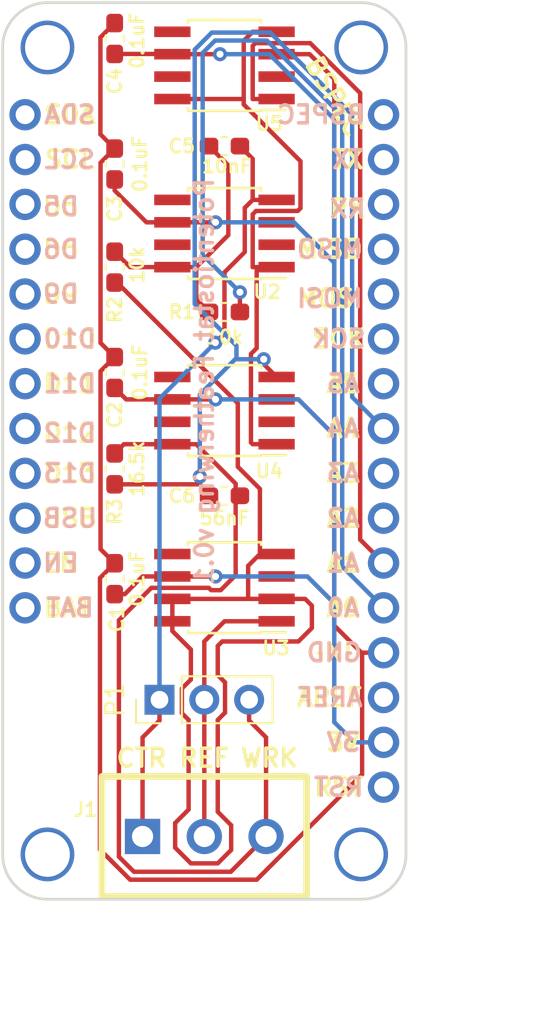
<source format=kicad_pcb>
(kicad_pcb (version 20171130) (host pcbnew 5.0.2-bee76a0~70~ubuntu18.04.1)

  (general
    (thickness 1.6)
    (drawings 14)
    (tracks 200)
    (zones 0)
    (modules 16)
    (nets 45)
  )

  (page A4)
  (layers
    (0 F.Cu signal)
    (31 B.Cu signal)
    (32 B.Adhes user)
    (33 F.Adhes user)
    (34 B.Paste user)
    (35 F.Paste user)
    (36 B.SilkS user)
    (37 F.SilkS user)
    (38 B.Mask user)
    (39 F.Mask user)
    (40 Dwgs.User user)
    (41 Cmts.User user)
    (42 Eco1.User user)
    (43 Eco2.User user)
    (44 Edge.Cuts user)
    (45 Margin user)
    (46 B.CrtYd user)
    (47 F.CrtYd user)
    (48 B.Fab user)
    (49 F.Fab user)
  )

  (setup
    (last_trace_width 0.25)
    (trace_clearance 0.2)
    (zone_clearance 0.508)
    (zone_45_only no)
    (trace_min 0.2)
    (segment_width 0.2)
    (edge_width 0.15)
    (via_size 0.8)
    (via_drill 0.4)
    (via_min_size 0.4)
    (via_min_drill 0.3)
    (uvia_size 0.3)
    (uvia_drill 0.1)
    (uvias_allowed no)
    (uvia_min_size 0.2)
    (uvia_min_drill 0.1)
    (pcb_text_width 0.3)
    (pcb_text_size 1.5 1.5)
    (mod_edge_width 0.15)
    (mod_text_size 1 1)
    (mod_text_width 0.15)
    (pad_size 1.524 1.524)
    (pad_drill 0.762)
    (pad_to_mask_clearance 0.051)
    (solder_mask_min_width 0.25)
    (aux_axis_origin 0 0)
    (visible_elements FFFFFF7F)
    (pcbplotparams
      (layerselection 0x010fc_ffffffff)
      (usegerberextensions false)
      (usegerberattributes false)
      (usegerberadvancedattributes false)
      (creategerberjobfile false)
      (excludeedgelayer true)
      (linewidth 0.100000)
      (plotframeref false)
      (viasonmask false)
      (mode 1)
      (useauxorigin false)
      (hpglpennumber 1)
      (hpglpenspeed 20)
      (hpglpendiameter 15.000000)
      (psnegative false)
      (psa4output false)
      (plotreference true)
      (plotvalue true)
      (plotinvisibletext false)
      (padsonsilk false)
      (subtractmaskfromsilk false)
      (outputformat 1)
      (mirror false)
      (drillshape 0)
      (scaleselection 1)
      (outputdirectory "gerber_v0p1/"))
  )

  (net 0 "")
  (net 1 GND)
  (net 2 /3V3)
  (net 3 "Net-(C5-Pad2)")
  (net 4 /CTR_ELECT)
  (net 5 /WRK_ELECT)
  (net 6 /AIN_TIA)
  (net 7 /DAC_SETPT)
  (net 8 /REF_ELECT_BUF)
  (net 9 "Net-(U1-Pad1)")
  (net 10 "Net-(U1-Pad2)")
  (net 11 "Net-(U1-Pad3)")
  (net 12 "Net-(U1-Pad4)")
  (net 13 "Net-(U1-Pad5)")
  (net 14 "Net-(U1-Pad6)")
  (net 15 "Net-(U1-Pad7)")
  (net 16 "Net-(U1-Pad8)")
  (net 17 "Net-(U1-Pad9)")
  (net 18 "Net-(U1-Pad10)")
  (net 19 "Net-(U1-Pad11)")
  (net 20 "Net-(U1-Pad12)")
  (net 21 "Net-(U1-Pad13)")
  (net 22 "Net-(U1-Pad15)")
  (net 23 /DAC_VGND)
  (net 24 "Net-(U1-Pad19)")
  (net 25 "Net-(U1-Pad20)")
  (net 26 "Net-(U1-Pad22)")
  (net 27 "Net-(U1-Pad23)")
  (net 28 "Net-(U1-Pad24)")
  (net 29 "Net-(U1-Pad25)")
  (net 30 "Net-(U1-Pad26)")
  (net 31 "Net-(U1-Pad27)")
  (net 32 "Net-(U1-Pad28)")
  (net 33 "Net-(U2-Pad7)")
  (net 34 "Net-(U2-Pad5)")
  (net 35 "Net-(U2-Pad2)")
  (net 36 /VGND)
  (net 37 /REF_ELECT)
  (net 38 "Net-(U3-Pad5)")
  (net 39 "Net-(U4-Pad7)")
  (net 40 "Net-(U4-Pad5)")
  (net 41 "Net-(U4-Pad2)")
  (net 42 "Net-(U5-Pad2)")
  (net 43 "Net-(U5-Pad5)")
  (net 44 "Net-(U5-Pad7)")

  (net_class Default "This is the default net class."
    (clearance 0.2)
    (trace_width 0.25)
    (via_dia 0.8)
    (via_drill 0.4)
    (uvia_dia 0.3)
    (uvia_drill 0.1)
    (add_net /3V3)
    (add_net /AIN_TIA)
    (add_net /CTR_ELECT)
    (add_net /DAC_SETPT)
    (add_net /DAC_VGND)
    (add_net /REF_ELECT)
    (add_net /REF_ELECT_BUF)
    (add_net /VGND)
    (add_net /WRK_ELECT)
    (add_net GND)
    (add_net "Net-(C5-Pad2)")
    (add_net "Net-(U1-Pad1)")
    (add_net "Net-(U1-Pad10)")
    (add_net "Net-(U1-Pad11)")
    (add_net "Net-(U1-Pad12)")
    (add_net "Net-(U1-Pad13)")
    (add_net "Net-(U1-Pad15)")
    (add_net "Net-(U1-Pad19)")
    (add_net "Net-(U1-Pad2)")
    (add_net "Net-(U1-Pad20)")
    (add_net "Net-(U1-Pad22)")
    (add_net "Net-(U1-Pad23)")
    (add_net "Net-(U1-Pad24)")
    (add_net "Net-(U1-Pad25)")
    (add_net "Net-(U1-Pad26)")
    (add_net "Net-(U1-Pad27)")
    (add_net "Net-(U1-Pad28)")
    (add_net "Net-(U1-Pad3)")
    (add_net "Net-(U1-Pad4)")
    (add_net "Net-(U1-Pad5)")
    (add_net "Net-(U1-Pad6)")
    (add_net "Net-(U1-Pad7)")
    (add_net "Net-(U1-Pad8)")
    (add_net "Net-(U1-Pad9)")
    (add_net "Net-(U2-Pad2)")
    (add_net "Net-(U2-Pad5)")
    (add_net "Net-(U2-Pad7)")
    (add_net "Net-(U3-Pad5)")
    (add_net "Net-(U4-Pad2)")
    (add_net "Net-(U4-Pad5)")
    (add_net "Net-(U4-Pad7)")
    (add_net "Net-(U5-Pad2)")
    (add_net "Net-(U5-Pad5)")
    (add_net "Net-(U5-Pad7)")
  )

  (module feather_wing:feather_wing (layer F.Cu) (tedit 5D5EF0A5) (tstamp 5D7F9D47)
    (at 50.8 50.8)
    (path /5D5AD507)
    (fp_text reference U1 (at 0 -26.67) (layer F.SilkS) hide
      (effects (font (size 1 1) (thickness 0.15)))
    )
    (fp_text value feather_wing (at 0 27.94) (layer F.Fab) hide
      (effects (font (size 1 1) (thickness 0.15)))
    )
    (fp_text user RST (at 7.62 19.05) (layer F.SilkS)
      (effects (font (size 1.016 1.016) (thickness 0.2032)))
    )
    (fp_text user 3V (at 7.874 16.51) (layer F.SilkS)
      (effects (font (size 1.016 1.016) (thickness 0.2032)))
    )
    (fp_text user AREF (at 7.112 13.97) (layer F.SilkS)
      (effects (font (size 1.016 1.016) (thickness 0.2032)))
    )
    (fp_text user GND (at 7.366 11.43) (layer F.SilkS)
      (effects (font (size 1.016 1.016) (thickness 0.2032)))
    )
    (fp_text user A0 (at 7.874 8.89) (layer F.SilkS)
      (effects (font (size 1.016 1.016) (thickness 0.2032)))
    )
    (fp_text user A1 (at 7.874 6.35) (layer F.SilkS)
      (effects (font (size 1.016 1.016) (thickness 0.2032)))
    )
    (fp_text user A2 (at 7.874 3.81) (layer F.SilkS)
      (effects (font (size 1.016 1.016) (thickness 0.2032)))
    )
    (fp_text user A3 (at 7.874 1.27) (layer F.SilkS)
      (effects (font (size 1.016 1.016) (thickness 0.2032)))
    )
    (fp_text user A4 (at 7.874 -1.27) (layer F.SilkS)
      (effects (font (size 1.016 1.016) (thickness 0.2032)))
    )
    (fp_text user A5 (at 7.874 -3.81) (layer F.SilkS)
      (effects (font (size 1.016 1.016) (thickness 0.2032)))
    )
    (fp_text user SCK (at 7.62 -6.35) (layer F.SilkS)
      (effects (font (size 1.016 1.016) (thickness 0.2032)))
    )
    (fp_text user MOSI (at 7.112 -8.636) (layer F.SilkS)
      (effects (font (size 1.016 1.016) (thickness 0.2032)))
    )
    (fp_text user MISO (at 7.112 -11.43) (layer F.SilkS)
      (effects (font (size 1.016 1.016) (thickness 0.2032)))
    )
    (fp_text user RX (at 8.128 -13.716) (layer F.SilkS)
      (effects (font (size 1.016 1.016) (thickness 0.2032)))
    )
    (fp_text user TX (at 8.128 -16.51) (layer F.SilkS)
      (effects (font (size 1.016 1.016) (thickness 0.2032)))
    )
    (fp_text user BSPEC (at 7.366 -20.066 -60) (layer F.SilkS)
      (effects (font (size 1.016 1.016) (thickness 0.2032)))
    )
    (fp_text user BAT (at -7.747 8.89) (layer F.SilkS)
      (effects (font (size 1.016 1.016) (thickness 0.2032)))
    )
    (fp_text user EN (at -8.128 6.35) (layer F.SilkS)
      (effects (font (size 1.016 1.016) (thickness 0.2032)))
    )
    (fp_text user USB (at -7.62 3.81) (layer F.SilkS)
      (effects (font (size 1.016 1.016) (thickness 0.2032)))
    )
    (fp_text user D13 (at -7.62 1.27) (layer F.SilkS)
      (effects (font (size 1.016 1.016) (thickness 0.2032)))
    )
    (fp_text user D12 (at -7.62 -1.016) (layer F.SilkS)
      (effects (font (size 1.016 1.016) (thickness 0.2032)))
    )
    (fp_text user D11 (at -7.62 -3.81) (layer F.SilkS)
      (effects (font (size 1.016 1.016) (thickness 0.2032)))
    )
    (fp_text user D10 (at -7.62 -6.35) (layer F.SilkS)
      (effects (font (size 1.016 1.016) (thickness 0.2032)))
    )
    (fp_text user D9 (at -8.128 -8.89) (layer F.SilkS)
      (effects (font (size 1.016 1.016) (thickness 0.2032)))
    )
    (fp_text user D6 (at -8.128 -11.43) (layer F.SilkS)
      (effects (font (size 1.016 1.016) (thickness 0.2032)))
    )
    (fp_text user D5 (at -8.128 -13.843) (layer F.SilkS)
      (effects (font (size 1.016 1.016) (thickness 0.2032)))
    )
    (fp_text user SCL (at -7.62 -16.51) (layer F.SilkS)
      (effects (font (size 1.016 1.016) (thickness 0.2032)))
    )
    (fp_text user SDA (at -7.62 -19.05) (layer F.SilkS)
      (effects (font (size 1.016 1.016) (thickness 0.2032)))
    )
    (fp_text user RST (at 7.62 19.05) (layer B.SilkS)
      (effects (font (size 1.016 1.016) (thickness 0.2032)) (justify mirror))
    )
    (fp_text user 3V (at 7.874 16.51) (layer B.SilkS)
      (effects (font (size 1.016 1.016) (thickness 0.2032)) (justify mirror))
    )
    (fp_text user AREF (at 7.112 13.97) (layer B.SilkS)
      (effects (font (size 1.016 1.016) (thickness 0.2032)) (justify mirror))
    )
    (fp_text user GND (at 7.366 11.43) (layer B.SilkS)
      (effects (font (size 1.016 1.016) (thickness 0.2032)) (justify mirror))
    )
    (fp_text user A0 (at 7.874 8.89) (layer B.SilkS)
      (effects (font (size 1.016 1.016) (thickness 0.2032)) (justify mirror))
    )
    (fp_text user A1 (at 7.874 6.35) (layer B.SilkS)
      (effects (font (size 1.016 1.016) (thickness 0.2032)) (justify mirror))
    )
    (fp_text user A2 (at 7.874 3.81) (layer B.SilkS)
      (effects (font (size 1.016 1.016) (thickness 0.2032)) (justify mirror))
    )
    (fp_text user A3 (at 7.874 1.27) (layer B.SilkS)
      (effects (font (size 1.016 1.016) (thickness 0.2032)) (justify mirror))
    )
    (fp_text user A4 (at 7.874 -1.27) (layer B.SilkS)
      (effects (font (size 1.016 1.016) (thickness 0.2032)) (justify mirror))
    )
    (fp_text user A5 (at 7.874 -3.81) (layer B.SilkS)
      (effects (font (size 1.016 1.016) (thickness 0.2032)) (justify mirror))
    )
    (fp_text user SCK (at 7.62 -6.35) (layer B.SilkS)
      (effects (font (size 1.016 1.016) (thickness 0.2032)) (justify mirror))
    )
    (fp_text user MOSI (at 7.112 -8.636) (layer B.SilkS)
      (effects (font (size 1.016 1.016) (thickness 0.2032)) (justify mirror))
    )
    (fp_text user MISO (at 7.112 -11.43) (layer B.SilkS)
      (effects (font (size 1.016 1.016) (thickness 0.2032)) (justify mirror))
    )
    (fp_text user RX (at 8.128 -13.716) (layer B.SilkS)
      (effects (font (size 1.016 1.016) (thickness 0.2032)) (justify mirror))
    )
    (fp_text user TX (at 8.128 -16.51) (layer B.SilkS)
      (effects (font (size 1.016 1.016) (thickness 0.2032)) (justify mirror))
    )
    (fp_text user BSPEC (at 6.604 -19.05) (layer B.SilkS)
      (effects (font (size 1.016 1.016) (thickness 0.2032)) (justify mirror))
    )
    (fp_text user BAT (at -7.62 8.89) (layer B.SilkS)
      (effects (font (size 1.016 1.016) (thickness 0.2032)) (justify mirror))
    )
    (fp_text user EN (at -8.128 6.35) (layer B.SilkS)
      (effects (font (size 1.016 1.016) (thickness 0.2032)) (justify mirror))
    )
    (fp_text user USB (at -7.62 3.81) (layer B.SilkS)
      (effects (font (size 1.016 1.016) (thickness 0.2032)) (justify mirror))
    )
    (fp_text user D13 (at -7.62 1.27) (layer B.SilkS)
      (effects (font (size 1.016 1.016) (thickness 0.2032)) (justify mirror))
    )
    (fp_text user D12 (at -7.62 -1.016) (layer B.SilkS)
      (effects (font (size 1.016 1.016) (thickness 0.2032)) (justify mirror))
    )
    (fp_text user D11 (at -7.62 -3.81) (layer B.SilkS)
      (effects (font (size 1.016 1.016) (thickness 0.2032)) (justify mirror))
    )
    (fp_text user D10 (at -7.62 -6.35) (layer B.SilkS)
      (effects (font (size 1.016 1.016) (thickness 0.2032)) (justify mirror))
    )
    (fp_text user D9 (at -8.128 -8.89) (layer B.SilkS)
      (effects (font (size 1.016 1.016) (thickness 0.2032)) (justify mirror))
    )
    (fp_text user D6 (at -8.128 -11.43) (layer B.SilkS)
      (effects (font (size 1.016 1.016) (thickness 0.2032)) (justify mirror))
    )
    (fp_text user D5 (at -8.128 -13.843) (layer B.SilkS)
      (effects (font (size 1.016 1.016) (thickness 0.2032)) (justify mirror))
    )
    (fp_text user SCL (at -7.62 -16.51) (layer B.SilkS)
      (effects (font (size 1.016 1.016) (thickness 0.2032)) (justify mirror))
    )
    (fp_text user SDA (at -7.62 -19.05) (layer B.SilkS)
      (effects (font (size 1.016 1.016) (thickness 0.2032)) (justify mirror))
    )
    (fp_line (start -11.43 -22.86) (end -11.43 22.86) (layer F.SilkS) (width 0.15))
    (fp_line (start 8.89 25.4) (end -8.89 25.4) (layer F.SilkS) (width 0.15))
    (fp_line (start 11.43 -22.86) (end 11.43 22.86) (layer F.SilkS) (width 0.15))
    (fp_line (start 8.89 -25.4) (end -8.89 -25.4) (layer F.SilkS) (width 0.15))
    (fp_arc (start -8.89 22.86) (end -11.43 22.86) (angle -90) (layer F.SilkS) (width 0.15))
    (fp_arc (start 8.89 22.86) (end 8.89 25.4) (angle -90) (layer F.SilkS) (width 0.15))
    (fp_arc (start 8.89 -22.86) (end 11.43 -22.86) (angle -90) (layer F.SilkS) (width 0.15))
    (fp_arc (start -8.89 -22.86) (end -8.89 -25.4) (angle -90) (layer F.SilkS) (width 0.15))
    (pad 28 thru_hole circle (at 10.16 -19.05) (size 1.778 1.778) (drill 1.0668) (layers *.Cu *.Mask)
      (net 32 "Net-(U1-Pad28)"))
    (pad 27 thru_hole circle (at 10.16 -16.51) (size 1.778 1.778) (drill 1.0668) (layers *.Cu *.Mask)
      (net 31 "Net-(U1-Pad27)"))
    (pad 26 thru_hole circle (at 10.16 -13.97) (size 1.778 1.778) (drill 1.0668) (layers *.Cu *.Mask)
      (net 30 "Net-(U1-Pad26)"))
    (pad 25 thru_hole circle (at 10.16 -11.43) (size 1.778 1.778) (drill 1.0668) (layers *.Cu *.Mask)
      (net 29 "Net-(U1-Pad25)"))
    (pad 24 thru_hole circle (at 10.16 -8.89) (size 1.778 1.778) (drill 1.0668) (layers *.Cu *.Mask)
      (net 28 "Net-(U1-Pad24)"))
    (pad 23 thru_hole circle (at 10.16 -6.35) (size 1.778 1.778) (drill 1.0668) (layers *.Cu *.Mask)
      (net 27 "Net-(U1-Pad23)"))
    (pad 22 thru_hole circle (at 10.16 -3.81) (size 1.778 1.778) (drill 1.0668) (layers *.Cu *.Mask)
      (net 26 "Net-(U1-Pad22)"))
    (pad 21 thru_hole circle (at 10.16 -1.27) (size 1.778 1.778) (drill 1.0668) (layers *.Cu *.Mask)
      (net 6 /AIN_TIA))
    (pad 20 thru_hole circle (at 10.16 1.27) (size 1.778 1.778) (drill 1.0668) (layers *.Cu *.Mask)
      (net 25 "Net-(U1-Pad20)"))
    (pad 19 thru_hole circle (at 10.16 3.81) (size 1.778 1.778) (drill 1.0668) (layers *.Cu *.Mask)
      (net 24 "Net-(U1-Pad19)"))
    (pad 18 thru_hole circle (at 10.16 6.35) (size 1.778 1.778) (drill 1.0668) (layers *.Cu *.Mask)
      (net 23 /DAC_VGND))
    (pad 17 thru_hole circle (at 10.16 8.89) (size 1.778 1.778) (drill 1.0668) (layers *.Cu *.Mask)
      (net 7 /DAC_SETPT))
    (pad 16 thru_hole circle (at 10.16 11.43) (size 1.778 1.778) (drill 1.0668) (layers *.Cu *.Mask)
      (net 1 GND))
    (pad 15 thru_hole circle (at 10.16 13.97) (size 1.778 1.778) (drill 1.0668) (layers *.Cu *.Mask)
      (net 22 "Net-(U1-Pad15)"))
    (pad 14 thru_hole circle (at 10.16 16.51) (size 1.778 1.778) (drill 1.0668) (layers *.Cu *.Mask)
      (net 2 /3V3))
    (pad 13 thru_hole circle (at 10.16 19.05) (size 1.778 1.778) (drill 1.0668) (layers *.Cu *.Mask)
      (net 21 "Net-(U1-Pad13)"))
    (pad 12 thru_hole circle (at -10.16 8.89) (size 1.778 1.778) (drill 1.0668) (layers *.Cu *.Mask)
      (net 20 "Net-(U1-Pad12)"))
    (pad 11 thru_hole circle (at -10.16 6.35) (size 1.778 1.778) (drill 1.0668) (layers *.Cu *.Mask)
      (net 19 "Net-(U1-Pad11)"))
    (pad 10 thru_hole circle (at -10.16 3.81) (size 1.778 1.778) (drill 1.0668) (layers *.Cu *.Mask)
      (net 18 "Net-(U1-Pad10)"))
    (pad 9 thru_hole circle (at -10.16 1.27) (size 1.778 1.778) (drill 1.0668) (layers *.Cu *.Mask)
      (net 17 "Net-(U1-Pad9)"))
    (pad 8 thru_hole circle (at -10.16 -1.27) (size 1.778 1.778) (drill 1.0668) (layers *.Cu *.Mask)
      (net 16 "Net-(U1-Pad8)"))
    (pad 7 thru_hole circle (at -10.16 -3.81) (size 1.778 1.778) (drill 1.0668) (layers *.Cu *.Mask)
      (net 15 "Net-(U1-Pad7)"))
    (pad 6 thru_hole circle (at -10.16 -6.35) (size 1.778 1.778) (drill 1.0668) (layers *.Cu *.Mask)
      (net 14 "Net-(U1-Pad6)"))
    (pad 5 thru_hole circle (at -10.16 -8.89) (size 1.778 1.778) (drill 1.0668) (layers *.Cu *.Mask)
      (net 13 "Net-(U1-Pad5)"))
    (pad 4 thru_hole circle (at -10.16 -11.43) (size 1.778 1.778) (drill 1.0668) (layers *.Cu *.Mask)
      (net 12 "Net-(U1-Pad4)"))
    (pad 3 thru_hole circle (at -10.16 -13.97) (size 1.778 1.778) (drill 1.0668) (layers *.Cu *.Mask)
      (net 11 "Net-(U1-Pad3)"))
    (pad 2 thru_hole circle (at -10.16 -16.51) (size 1.778 1.778) (drill 1.0668) (layers *.Cu *.Mask)
      (net 10 "Net-(U1-Pad2)"))
    (pad 1 thru_hole circle (at -10.16 -19.05) (size 1.778 1.778) (drill 1.0668) (layers *.Cu *.Mask)
      (net 9 "Net-(U1-Pad1)"))
    (pad "" thru_hole circle (at -8.89 22.86) (size 3.048 3.048) (drill 2.54) (layers *.Cu *.Mask))
    (pad "" thru_hole circle (at 8.89 22.86) (size 3.048 3.048) (drill 2.54) (layers *.Cu *.Mask))
    (pad "" np_thru_hole circle (at 8.89 -22.86) (size 3.048 3.048) (drill 2.54) (layers *.Cu *.Mask))
    (pad "" np_thru_hole circle (at -8.89 -22.86) (size 3.048 3.048) (drill 2.54) (layers *.Cu *.Mask))
  )

  (module OST_SCREW_TERM_3:CONNBLOCK3 (layer F.Cu) (tedit 5D5EDDE1) (tstamp 5D7F9CB5)
    (at 50.8 72.644)
    (path /5D6124F1)
    (fp_text reference J1 (at -6.731 -1.524) (layer F.SilkS)
      (effects (font (size 0.762 0.762) (thickness 0.1524)))
    )
    (fp_text value Screw_Terminal_01x03 (at -0.20066 -5.40004) (layer F.SilkS) hide
      (effects (font (size 1.524 1.524) (thickness 0.3048)))
    )
    (fp_line (start -5.79882 -3.40106) (end -5.79882 3.40106) (layer F.SilkS) (width 0.381))
    (fp_line (start -5.79882 3.40106) (end 5.79882 3.40106) (layer F.SilkS) (width 0.381))
    (fp_line (start 5.79882 3.40106) (end 5.79882 -3.40106) (layer F.SilkS) (width 0.381))
    (fp_line (start 5.79882 -3.40106) (end -5.79882 -3.40106) (layer F.SilkS) (width 0.381))
    (pad 2 thru_hole circle (at 0 0) (size 2 2) (drill 1.2) (layers *.Cu *.Mask)
      (net 37 /REF_ELECT))
    (pad 1 thru_hole rect (at -3.50012 0) (size 2 2) (drill 1.2) (layers *.Cu *.Mask)
      (net 4 /CTR_ELECT))
    (pad 3 thru_hole circle (at 3.50012 0) (size 2 2) (drill 1.2) (layers *.Cu *.Mask)
      (net 5 /WRK_ELECT))
  )

  (module Capacitor_SMD:C_0603_1608Metric_Pad1.05x0.95mm_HandSolder (layer F.Cu) (tedit 5D5EE060) (tstamp 5D7F9CAA)
    (at 51.943 53.34 180)
    (descr "Capacitor SMD 0603 (1608 Metric), square (rectangular) end terminal, IPC_7351 nominal with elongated pad for handsoldering. (Body size source: http://www.tortai-tech.com/upload/download/2011102023233369053.pdf), generated with kicad-footprint-generator")
    (tags "capacitor handsolder")
    (path /5D5D5006)
    (attr smd)
    (fp_text reference C6 (at 2.413 0 180) (layer F.SilkS)
      (effects (font (size 0.762 0.762) (thickness 0.1524)))
    )
    (fp_text value 56nF (at 0 -1.27 180) (layer F.SilkS)
      (effects (font (size 0.762 0.762) (thickness 0.1524)))
    )
    (fp_text user %R (at 0 0 180) (layer F.Fab)
      (effects (font (size 0.4 0.4) (thickness 0.06)))
    )
    (fp_line (start 1.65 0.73) (end -1.65 0.73) (layer F.CrtYd) (width 0.05))
    (fp_line (start 1.65 -0.73) (end 1.65 0.73) (layer F.CrtYd) (width 0.05))
    (fp_line (start -1.65 -0.73) (end 1.65 -0.73) (layer F.CrtYd) (width 0.05))
    (fp_line (start -1.65 0.73) (end -1.65 -0.73) (layer F.CrtYd) (width 0.05))
    (fp_line (start -0.171267 0.51) (end 0.171267 0.51) (layer F.SilkS) (width 0.12))
    (fp_line (start -0.171267 -0.51) (end 0.171267 -0.51) (layer F.SilkS) (width 0.12))
    (fp_line (start 0.8 0.4) (end -0.8 0.4) (layer F.Fab) (width 0.1))
    (fp_line (start 0.8 -0.4) (end 0.8 0.4) (layer F.Fab) (width 0.1))
    (fp_line (start -0.8 -0.4) (end 0.8 -0.4) (layer F.Fab) (width 0.1))
    (fp_line (start -0.8 0.4) (end -0.8 -0.4) (layer F.Fab) (width 0.1))
    (pad 2 smd roundrect (at 0.875 0 180) (size 1.05 0.95) (layers F.Cu F.Paste F.Mask) (roundrect_rratio 0.25)
      (net 6 /AIN_TIA))
    (pad 1 smd roundrect (at -0.875 0 180) (size 1.05 0.95) (layers F.Cu F.Paste F.Mask) (roundrect_rratio 0.25)
      (net 5 /WRK_ELECT))
    (model ${KISYS3DMOD}/Capacitor_SMD.3dshapes/C_0603_1608Metric.wrl
      (at (xyz 0 0 0))
      (scale (xyz 1 1 1))
      (rotate (xyz 0 0 0))
    )
  )

  (module Capacitor_SMD:C_0603_1608Metric_Pad1.05x0.95mm_HandSolder (layer F.Cu) (tedit 5D5EEC0B) (tstamp 5D7F9C66)
    (at 45.72 46.355 90)
    (descr "Capacitor SMD 0603 (1608 Metric), square (rectangular) end terminal, IPC_7351 nominal with elongated pad for handsoldering. (Body size source: http://www.tortai-tech.com/upload/download/2011102023233369053.pdf), generated with kicad-footprint-generator")
    (tags "capacitor handsolder")
    (path /5D5CEAC4)
    (attr smd)
    (fp_text reference C2 (at -2.413 0 90) (layer F.SilkS)
      (effects (font (size 0.762 0.762) (thickness 0.1524)))
    )
    (fp_text value 0.1uF (at 0 1.43 90) (layer F.SilkS)
      (effects (font (size 0.762 0.762) (thickness 0.1524)))
    )
    (fp_text user %R (at 0 0 90) (layer F.Fab)
      (effects (font (size 0.4 0.4) (thickness 0.06)))
    )
    (fp_line (start 1.65 0.73) (end -1.65 0.73) (layer F.CrtYd) (width 0.05))
    (fp_line (start 1.65 -0.73) (end 1.65 0.73) (layer F.CrtYd) (width 0.05))
    (fp_line (start -1.65 -0.73) (end 1.65 -0.73) (layer F.CrtYd) (width 0.05))
    (fp_line (start -1.65 0.73) (end -1.65 -0.73) (layer F.CrtYd) (width 0.05))
    (fp_line (start -0.171267 0.51) (end 0.171267 0.51) (layer F.SilkS) (width 0.12))
    (fp_line (start -0.171267 -0.51) (end 0.171267 -0.51) (layer F.SilkS) (width 0.12))
    (fp_line (start 0.8 0.4) (end -0.8 0.4) (layer F.Fab) (width 0.1))
    (fp_line (start 0.8 -0.4) (end 0.8 0.4) (layer F.Fab) (width 0.1))
    (fp_line (start -0.8 -0.4) (end 0.8 -0.4) (layer F.Fab) (width 0.1))
    (fp_line (start -0.8 0.4) (end -0.8 -0.4) (layer F.Fab) (width 0.1))
    (pad 2 smd roundrect (at 0.875 0 90) (size 1.05 0.95) (layers F.Cu F.Paste F.Mask) (roundrect_rratio 0.25)
      (net 1 GND))
    (pad 1 smd roundrect (at -0.875 0 90) (size 1.05 0.95) (layers F.Cu F.Paste F.Mask) (roundrect_rratio 0.25)
      (net 2 /3V3))
    (model ${KISYS3DMOD}/Capacitor_SMD.3dshapes/C_0603_1608Metric.wrl
      (at (xyz 0 0 0))
      (scale (xyz 1 1 1))
      (rotate (xyz 0 0 0))
    )
  )

  (module Capacitor_SMD:C_0603_1608Metric_Pad1.05x0.95mm_HandSolder (layer F.Cu) (tedit 5D5EDF25) (tstamp 5D7F9C55)
    (at 45.72 58.039 90)
    (descr "Capacitor SMD 0603 (1608 Metric), square (rectangular) end terminal, IPC_7351 nominal with elongated pad for handsoldering. (Body size source: http://www.tortai-tech.com/upload/download/2011102023233369053.pdf), generated with kicad-footprint-generator")
    (tags "capacitor handsolder")
    (path /5D5F04CE)
    (attr smd)
    (fp_text reference C1 (at -2.286 0.127 90) (layer F.SilkS)
      (effects (font (size 0.762 0.762) (thickness 0.1524)))
    )
    (fp_text value 0.1uF (at 0 1.27 90) (layer F.SilkS)
      (effects (font (size 0.762 0.762) (thickness 0.1524)))
    )
    (fp_text user %R (at 0 0 90) (layer F.Fab)
      (effects (font (size 0.4 0.4) (thickness 0.06)))
    )
    (fp_line (start 1.65 0.73) (end -1.65 0.73) (layer F.CrtYd) (width 0.05))
    (fp_line (start 1.65 -0.73) (end 1.65 0.73) (layer F.CrtYd) (width 0.05))
    (fp_line (start -1.65 -0.73) (end 1.65 -0.73) (layer F.CrtYd) (width 0.05))
    (fp_line (start -1.65 0.73) (end -1.65 -0.73) (layer F.CrtYd) (width 0.05))
    (fp_line (start -0.171267 0.51) (end 0.171267 0.51) (layer F.SilkS) (width 0.12))
    (fp_line (start -0.171267 -0.51) (end 0.171267 -0.51) (layer F.SilkS) (width 0.12))
    (fp_line (start 0.8 0.4) (end -0.8 0.4) (layer F.Fab) (width 0.1))
    (fp_line (start 0.8 -0.4) (end 0.8 0.4) (layer F.Fab) (width 0.1))
    (fp_line (start -0.8 -0.4) (end 0.8 -0.4) (layer F.Fab) (width 0.1))
    (fp_line (start -0.8 0.4) (end -0.8 -0.4) (layer F.Fab) (width 0.1))
    (pad 2 smd roundrect (at 0.875 0 90) (size 1.05 0.95) (layers F.Cu F.Paste F.Mask) (roundrect_rratio 0.25)
      (net 1 GND))
    (pad 1 smd roundrect (at -0.875 0 90) (size 1.05 0.95) (layers F.Cu F.Paste F.Mask) (roundrect_rratio 0.25)
      (net 2 /3V3))
    (model ${KISYS3DMOD}/Capacitor_SMD.3dshapes/C_0603_1608Metric.wrl
      (at (xyz 0 0 0))
      (scale (xyz 1 1 1))
      (rotate (xyz 0 0 0))
    )
  )

  (module Capacitor_SMD:C_0603_1608Metric_Pad1.05x0.95mm_HandSolder (layer F.Cu) (tedit 5D5EEDFD) (tstamp 5D7F9C77)
    (at 45.72 34.544 90)
    (descr "Capacitor SMD 0603 (1608 Metric), square (rectangular) end terminal, IPC_7351 nominal with elongated pad for handsoldering. (Body size source: http://www.tortai-tech.com/upload/download/2011102023233369053.pdf), generated with kicad-footprint-generator")
    (tags "capacitor handsolder")
    (path /5D5ADE69)
    (attr smd)
    (fp_text reference C3 (at -2.54 0 90) (layer F.SilkS)
      (effects (font (size 0.762 0.762) (thickness 0.1524)))
    )
    (fp_text value 0.1uF (at 0 1.43 90) (layer F.SilkS)
      (effects (font (size 0.762 0.762) (thickness 0.1524)))
    )
    (fp_line (start -0.8 0.4) (end -0.8 -0.4) (layer F.Fab) (width 0.1))
    (fp_line (start -0.8 -0.4) (end 0.8 -0.4) (layer F.Fab) (width 0.1))
    (fp_line (start 0.8 -0.4) (end 0.8 0.4) (layer F.Fab) (width 0.1))
    (fp_line (start 0.8 0.4) (end -0.8 0.4) (layer F.Fab) (width 0.1))
    (fp_line (start -0.171267 -0.51) (end 0.171267 -0.51) (layer F.SilkS) (width 0.12))
    (fp_line (start -0.171267 0.51) (end 0.171267 0.51) (layer F.SilkS) (width 0.12))
    (fp_line (start -1.65 0.73) (end -1.65 -0.73) (layer F.CrtYd) (width 0.05))
    (fp_line (start -1.65 -0.73) (end 1.65 -0.73) (layer F.CrtYd) (width 0.05))
    (fp_line (start 1.65 -0.73) (end 1.65 0.73) (layer F.CrtYd) (width 0.05))
    (fp_line (start 1.65 0.73) (end -1.65 0.73) (layer F.CrtYd) (width 0.05))
    (fp_text user %R (at 0 0 90) (layer F.Fab)
      (effects (font (size 0.4 0.4) (thickness 0.06)))
    )
    (pad 1 smd roundrect (at -0.875 0 90) (size 1.05 0.95) (layers F.Cu F.Paste F.Mask) (roundrect_rratio 0.25)
      (net 2 /3V3))
    (pad 2 smd roundrect (at 0.875 0 90) (size 1.05 0.95) (layers F.Cu F.Paste F.Mask) (roundrect_rratio 0.25)
      (net 1 GND))
    (model ${KISYS3DMOD}/Capacitor_SMD.3dshapes/C_0603_1608Metric.wrl
      (at (xyz 0 0 0))
      (scale (xyz 1 1 1))
      (rotate (xyz 0 0 0))
    )
  )

  (module Capacitor_SMD:C_0603_1608Metric_Pad1.05x0.95mm_HandSolder (layer F.Cu) (tedit 5D5EEF0A) (tstamp 5D7F9C88)
    (at 45.72 27.432 90)
    (descr "Capacitor SMD 0603 (1608 Metric), square (rectangular) end terminal, IPC_7351 nominal with elongated pad for handsoldering. (Body size source: http://www.tortai-tech.com/upload/download/2011102023233369053.pdf), generated with kicad-footprint-generator")
    (tags "capacitor handsolder")
    (path /5D5C0680)
    (attr smd)
    (fp_text reference C4 (at -2.413 0 90) (layer F.SilkS)
      (effects (font (size 0.762 0.762) (thickness 0.1524)))
    )
    (fp_text value 0.1uF (at -0.127 1.27 90) (layer F.SilkS)
      (effects (font (size 0.762 0.762) (thickness 0.1524)))
    )
    (fp_line (start -0.8 0.4) (end -0.8 -0.4) (layer F.Fab) (width 0.1))
    (fp_line (start -0.8 -0.4) (end 0.8 -0.4) (layer F.Fab) (width 0.1))
    (fp_line (start 0.8 -0.4) (end 0.8 0.4) (layer F.Fab) (width 0.1))
    (fp_line (start 0.8 0.4) (end -0.8 0.4) (layer F.Fab) (width 0.1))
    (fp_line (start -0.171267 -0.51) (end 0.171267 -0.51) (layer F.SilkS) (width 0.12))
    (fp_line (start -0.171267 0.51) (end 0.171267 0.51) (layer F.SilkS) (width 0.12))
    (fp_line (start -1.65 0.73) (end -1.65 -0.73) (layer F.CrtYd) (width 0.05))
    (fp_line (start -1.65 -0.73) (end 1.65 -0.73) (layer F.CrtYd) (width 0.05))
    (fp_line (start 1.65 -0.73) (end 1.65 0.73) (layer F.CrtYd) (width 0.05))
    (fp_line (start 1.65 0.73) (end -1.65 0.73) (layer F.CrtYd) (width 0.05))
    (fp_text user %R (at 0 0 90) (layer F.Fab)
      (effects (font (size 0.4 0.4) (thickness 0.06)))
    )
    (pad 1 smd roundrect (at -0.875 0 90) (size 1.05 0.95) (layers F.Cu F.Paste F.Mask) (roundrect_rratio 0.25)
      (net 2 /3V3))
    (pad 2 smd roundrect (at 0.875 0 90) (size 1.05 0.95) (layers F.Cu F.Paste F.Mask) (roundrect_rratio 0.25)
      (net 1 GND))
    (model ${KISYS3DMOD}/Capacitor_SMD.3dshapes/C_0603_1608Metric.wrl
      (at (xyz 0 0 0))
      (scale (xyz 1 1 1))
      (rotate (xyz 0 0 0))
    )
  )

  (module Capacitor_SMD:C_0603_1608Metric_Pad1.05x0.95mm_HandSolder (layer F.Cu) (tedit 5D5EEE88) (tstamp 5D7F9C99)
    (at 51.943 33.528 180)
    (descr "Capacitor SMD 0603 (1608 Metric), square (rectangular) end terminal, IPC_7351 nominal with elongated pad for handsoldering. (Body size source: http://www.tortai-tech.com/upload/download/2011102023233369053.pdf), generated with kicad-footprint-generator")
    (tags "capacitor handsolder")
    (path /5D5BB04E)
    (attr smd)
    (fp_text reference C5 (at 2.413 0 180) (layer F.SilkS)
      (effects (font (size 0.762 0.762) (thickness 0.1524)))
    )
    (fp_text value 10nF (at -0.127 -1.143 180) (layer F.SilkS)
      (effects (font (size 0.762 0.762) (thickness 0.1524)))
    )
    (fp_text user %R (at 0 0 180) (layer F.Fab)
      (effects (font (size 0.4 0.4) (thickness 0.06)))
    )
    (fp_line (start 1.65 0.73) (end -1.65 0.73) (layer F.CrtYd) (width 0.05))
    (fp_line (start 1.65 -0.73) (end 1.65 0.73) (layer F.CrtYd) (width 0.05))
    (fp_line (start -1.65 -0.73) (end 1.65 -0.73) (layer F.CrtYd) (width 0.05))
    (fp_line (start -1.65 0.73) (end -1.65 -0.73) (layer F.CrtYd) (width 0.05))
    (fp_line (start -0.171267 0.51) (end 0.171267 0.51) (layer F.SilkS) (width 0.12))
    (fp_line (start -0.171267 -0.51) (end 0.171267 -0.51) (layer F.SilkS) (width 0.12))
    (fp_line (start 0.8 0.4) (end -0.8 0.4) (layer F.Fab) (width 0.1))
    (fp_line (start 0.8 -0.4) (end 0.8 0.4) (layer F.Fab) (width 0.1))
    (fp_line (start -0.8 -0.4) (end 0.8 -0.4) (layer F.Fab) (width 0.1))
    (fp_line (start -0.8 0.4) (end -0.8 -0.4) (layer F.Fab) (width 0.1))
    (pad 2 smd roundrect (at 0.875 0 180) (size 1.05 0.95) (layers F.Cu F.Paste F.Mask) (roundrect_rratio 0.25)
      (net 3 "Net-(C5-Pad2)"))
    (pad 1 smd roundrect (at -0.875 0 180) (size 1.05 0.95) (layers F.Cu F.Paste F.Mask) (roundrect_rratio 0.25)
      (net 4 /CTR_ELECT))
    (model ${KISYS3DMOD}/Capacitor_SMD.3dshapes/C_0603_1608Metric.wrl
      (at (xyz 0 0 0))
      (scale (xyz 1 1 1))
      (rotate (xyz 0 0 0))
    )
  )

  (module Connector_PinHeader_2.54mm:PinHeader_1x03_P2.54mm_Vertical (layer F.Cu) (tedit 5D5EDE81) (tstamp 5D7F9CCC)
    (at 48.26 64.897 90)
    (descr "Through hole straight pin header, 1x03, 2.54mm pitch, single row")
    (tags "Through hole pin header THT 1x03 2.54mm single row")
    (path /5D61841A)
    (fp_text reference P1 (at 0 -2.54 90) (layer F.SilkS)
      (effects (font (size 1 1) (thickness 0.15)))
    )
    (fp_text value pin_array_3x1 (at 0 7.41 90) (layer F.Fab) hide
      (effects (font (size 1 1) (thickness 0.15)))
    )
    (fp_line (start -0.635 -1.27) (end 1.27 -1.27) (layer F.Fab) (width 0.1))
    (fp_line (start 1.27 -1.27) (end 1.27 6.35) (layer F.Fab) (width 0.1))
    (fp_line (start 1.27 6.35) (end -1.27 6.35) (layer F.Fab) (width 0.1))
    (fp_line (start -1.27 6.35) (end -1.27 -0.635) (layer F.Fab) (width 0.1))
    (fp_line (start -1.27 -0.635) (end -0.635 -1.27) (layer F.Fab) (width 0.1))
    (fp_line (start -1.33 6.41) (end 1.33 6.41) (layer F.SilkS) (width 0.12))
    (fp_line (start -1.33 1.27) (end -1.33 6.41) (layer F.SilkS) (width 0.12))
    (fp_line (start 1.33 1.27) (end 1.33 6.41) (layer F.SilkS) (width 0.12))
    (fp_line (start -1.33 1.27) (end 1.33 1.27) (layer F.SilkS) (width 0.12))
    (fp_line (start -1.33 0) (end -1.33 -1.33) (layer F.SilkS) (width 0.12))
    (fp_line (start -1.33 -1.33) (end 0 -1.33) (layer F.SilkS) (width 0.12))
    (fp_line (start -1.8 -1.8) (end -1.8 6.85) (layer F.CrtYd) (width 0.05))
    (fp_line (start -1.8 6.85) (end 1.8 6.85) (layer F.CrtYd) (width 0.05))
    (fp_line (start 1.8 6.85) (end 1.8 -1.8) (layer F.CrtYd) (width 0.05))
    (fp_line (start 1.8 -1.8) (end -1.8 -1.8) (layer F.CrtYd) (width 0.05))
    (fp_text user %R (at 0 2.54 180) (layer F.Fab)
      (effects (font (size 1 1) (thickness 0.15)))
    )
    (pad 1 thru_hole rect (at 0 0 90) (size 1.7 1.7) (drill 1) (layers *.Cu *.Mask)
      (net 4 /CTR_ELECT))
    (pad 2 thru_hole oval (at 0 2.54 90) (size 1.7 1.7) (drill 1) (layers *.Cu *.Mask)
      (net 37 /REF_ELECT))
    (pad 3 thru_hole oval (at 0 5.08 90) (size 1.7 1.7) (drill 1) (layers *.Cu *.Mask)
      (net 5 /WRK_ELECT))
    (model ${KISYS3DMOD}/Connector_PinHeader_2.54mm.3dshapes/PinHeader_1x03_P2.54mm_Vertical.wrl
      (at (xyz 0 0 0))
      (scale (xyz 1 1 1))
      (rotate (xyz 0 0 0))
    )
  )

  (module Resistor_SMD:R_0603_1608Metric_Pad1.05x0.95mm_HandSolder (layer F.Cu) (tedit 5D5EEC8C) (tstamp 5D7F9CDD)
    (at 51.943 42.926)
    (descr "Resistor SMD 0603 (1608 Metric), square (rectangular) end terminal, IPC_7351 nominal with elongated pad for handsoldering. (Body size source: http://www.tortai-tech.com/upload/download/2011102023233369053.pdf), generated with kicad-footprint-generator")
    (tags "resistor handsolder")
    (path /5D5B22E5)
    (attr smd)
    (fp_text reference R1 (at -2.413 0) (layer F.SilkS)
      (effects (font (size 0.762 0.762) (thickness 0.1524)))
    )
    (fp_text value 10k (at 0 1.43) (layer F.SilkS)
      (effects (font (size 0.762 0.762) (thickness 0.1524)))
    )
    (fp_line (start -0.8 0.4) (end -0.8 -0.4) (layer F.Fab) (width 0.1))
    (fp_line (start -0.8 -0.4) (end 0.8 -0.4) (layer F.Fab) (width 0.1))
    (fp_line (start 0.8 -0.4) (end 0.8 0.4) (layer F.Fab) (width 0.1))
    (fp_line (start 0.8 0.4) (end -0.8 0.4) (layer F.Fab) (width 0.1))
    (fp_line (start -0.171267 -0.51) (end 0.171267 -0.51) (layer F.SilkS) (width 0.12))
    (fp_line (start -0.171267 0.51) (end 0.171267 0.51) (layer F.SilkS) (width 0.12))
    (fp_line (start -1.65 0.73) (end -1.65 -0.73) (layer F.CrtYd) (width 0.05))
    (fp_line (start -1.65 -0.73) (end 1.65 -0.73) (layer F.CrtYd) (width 0.05))
    (fp_line (start 1.65 -0.73) (end 1.65 0.73) (layer F.CrtYd) (width 0.05))
    (fp_line (start 1.65 0.73) (end -1.65 0.73) (layer F.CrtYd) (width 0.05))
    (fp_text user %R (at 0 0) (layer F.Fab)
      (effects (font (size 0.4 0.4) (thickness 0.06)))
    )
    (pad 1 smd roundrect (at -0.875 0) (size 1.05 0.95) (layers F.Cu F.Paste F.Mask) (roundrect_rratio 0.25)
      (net 3 "Net-(C5-Pad2)"))
    (pad 2 smd roundrect (at 0.875 0) (size 1.05 0.95) (layers F.Cu F.Paste F.Mask) (roundrect_rratio 0.25)
      (net 7 /DAC_SETPT))
    (model ${KISYS3DMOD}/Resistor_SMD.3dshapes/R_0603_1608Metric.wrl
      (at (xyz 0 0 0))
      (scale (xyz 1 1 1))
      (rotate (xyz 0 0 0))
    )
  )

  (module Resistor_SMD:R_0603_1608Metric_Pad1.05x0.95mm_HandSolder (layer F.Cu) (tedit 5D5EEC19) (tstamp 5D7F9CEE)
    (at 45.72 40.386 270)
    (descr "Resistor SMD 0603 (1608 Metric), square (rectangular) end terminal, IPC_7351 nominal with elongated pad for handsoldering. (Body size source: http://www.tortai-tech.com/upload/download/2011102023233369053.pdf), generated with kicad-footprint-generator")
    (tags "resistor handsolder")
    (path /5D5B22EB)
    (attr smd)
    (fp_text reference R2 (at 2.413 0 270) (layer F.SilkS)
      (effects (font (size 0.762 0.762) (thickness 0.1524)))
    )
    (fp_text value 10k (at -0.127 -1.27 270) (layer F.SilkS)
      (effects (font (size 0.762 0.762) (thickness 0.1524)))
    )
    (fp_text user %R (at 0 0 270) (layer F.Fab)
      (effects (font (size 0.4 0.4) (thickness 0.06)))
    )
    (fp_line (start 1.65 0.73) (end -1.65 0.73) (layer F.CrtYd) (width 0.05))
    (fp_line (start 1.65 -0.73) (end 1.65 0.73) (layer F.CrtYd) (width 0.05))
    (fp_line (start -1.65 -0.73) (end 1.65 -0.73) (layer F.CrtYd) (width 0.05))
    (fp_line (start -1.65 0.73) (end -1.65 -0.73) (layer F.CrtYd) (width 0.05))
    (fp_line (start -0.171267 0.51) (end 0.171267 0.51) (layer F.SilkS) (width 0.12))
    (fp_line (start -0.171267 -0.51) (end 0.171267 -0.51) (layer F.SilkS) (width 0.12))
    (fp_line (start 0.8 0.4) (end -0.8 0.4) (layer F.Fab) (width 0.1))
    (fp_line (start 0.8 -0.4) (end 0.8 0.4) (layer F.Fab) (width 0.1))
    (fp_line (start -0.8 -0.4) (end 0.8 -0.4) (layer F.Fab) (width 0.1))
    (fp_line (start -0.8 0.4) (end -0.8 -0.4) (layer F.Fab) (width 0.1))
    (pad 2 smd roundrect (at 0.875 0 270) (size 1.05 0.95) (layers F.Cu F.Paste F.Mask) (roundrect_rratio 0.25)
      (net 8 /REF_ELECT_BUF))
    (pad 1 smd roundrect (at -0.875 0 270) (size 1.05 0.95) (layers F.Cu F.Paste F.Mask) (roundrect_rratio 0.25)
      (net 3 "Net-(C5-Pad2)"))
    (model ${KISYS3DMOD}/Resistor_SMD.3dshapes/R_0603_1608Metric.wrl
      (at (xyz 0 0 0))
      (scale (xyz 1 1 1))
      (rotate (xyz 0 0 0))
    )
  )

  (module Resistor_SMD:R_0603_1608Metric_Pad1.05x0.95mm_HandSolder (layer F.Cu) (tedit 5D5EDFB5) (tstamp 5D7F9CFF)
    (at 45.72 51.816 270)
    (descr "Resistor SMD 0603 (1608 Metric), square (rectangular) end terminal, IPC_7351 nominal with elongated pad for handsoldering. (Body size source: http://www.tortai-tech.com/upload/download/2011102023233369053.pdf), generated with kicad-footprint-generator")
    (tags "resistor handsolder")
    (path /5D5D50B7)
    (attr smd)
    (fp_text reference R3 (at 2.413 0 270) (layer F.SilkS)
      (effects (font (size 0.762 0.762) (thickness 0.1524)))
    )
    (fp_text value 16.5k (at 0 -1.27 270) (layer F.SilkS)
      (effects (font (size 0.762 0.762) (thickness 0.1524)))
    )
    (fp_line (start -0.8 0.4) (end -0.8 -0.4) (layer F.Fab) (width 0.1))
    (fp_line (start -0.8 -0.4) (end 0.8 -0.4) (layer F.Fab) (width 0.1))
    (fp_line (start 0.8 -0.4) (end 0.8 0.4) (layer F.Fab) (width 0.1))
    (fp_line (start 0.8 0.4) (end -0.8 0.4) (layer F.Fab) (width 0.1))
    (fp_line (start -0.171267 -0.51) (end 0.171267 -0.51) (layer F.SilkS) (width 0.12))
    (fp_line (start -0.171267 0.51) (end 0.171267 0.51) (layer F.SilkS) (width 0.12))
    (fp_line (start -1.65 0.73) (end -1.65 -0.73) (layer F.CrtYd) (width 0.05))
    (fp_line (start -1.65 -0.73) (end 1.65 -0.73) (layer F.CrtYd) (width 0.05))
    (fp_line (start 1.65 -0.73) (end 1.65 0.73) (layer F.CrtYd) (width 0.05))
    (fp_line (start 1.65 0.73) (end -1.65 0.73) (layer F.CrtYd) (width 0.05))
    (fp_text user %R (at 0 0 270) (layer F.Fab)
      (effects (font (size 0.4 0.4) (thickness 0.06)))
    )
    (pad 1 smd roundrect (at -0.875 0 270) (size 1.05 0.95) (layers F.Cu F.Paste F.Mask) (roundrect_rratio 0.25)
      (net 5 /WRK_ELECT))
    (pad 2 smd roundrect (at 0.875 0 270) (size 1.05 0.95) (layers F.Cu F.Paste F.Mask) (roundrect_rratio 0.25)
      (net 6 /AIN_TIA))
    (model ${KISYS3DMOD}/Resistor_SMD.3dshapes/R_0603_1608Metric.wrl
      (at (xyz 0 0 0))
      (scale (xyz 1 1 1))
      (rotate (xyz 0 0 0))
    )
  )

  (module SOIC-8_3.9x4.9mm_P1.27mm_HandSolder:SOIC-8_3.9x4.9mm_P1.27mm_HandSolder (layer F.Cu) (tedit 5D5EEB6C) (tstamp 5D7F9D64)
    (at 51.943 38.481 180)
    (descr "8-Lead Plastic Small Outline (SN) - Narrow, 3.90 mm Body [SOIC] (see Microchip Packaging Specification http://ww1.microchip.com/downloads/en/PackagingSpec/00000049BQ.pdf)")
    (tags "SOIC 1.27")
    (path /5D5AD6E2)
    (attr smd)
    (fp_text reference U2 (at -2.413 -3.302 180) (layer F.SilkS)
      (effects (font (size 0.762 0.762) (thickness 0.1524)))
    )
    (fp_text value LMP7721 (at 0 3.5 180) (layer F.Fab) hide
      (effects (font (size 1 1) (thickness 0.15)))
    )
    (fp_line (start -2.075 -2.525) (end -3.475 -2.525) (layer F.SilkS) (width 0.15))
    (fp_line (start -2.075 2.575) (end 2.075 2.575) (layer F.SilkS) (width 0.15))
    (fp_line (start -2.075 -2.575) (end 2.075 -2.575) (layer F.SilkS) (width 0.15))
    (fp_line (start -2.075 2.575) (end -2.075 2.43) (layer F.SilkS) (width 0.15))
    (fp_line (start 2.075 2.575) (end 2.075 2.43) (layer F.SilkS) (width 0.15))
    (fp_line (start 2.075 -2.575) (end 2.075 -2.43) (layer F.SilkS) (width 0.15))
    (fp_line (start -2.075 -2.575) (end -2.075 -2.525) (layer F.SilkS) (width 0.15))
    (fp_line (start -3.73 2.7) (end 3.73 2.7) (layer F.CrtYd) (width 0.05))
    (fp_line (start -3.73 -2.7) (end 3.73 -2.7) (layer F.CrtYd) (width 0.05))
    (fp_line (start 3.73 -2.7) (end 3.73 2.7) (layer F.CrtYd) (width 0.05))
    (fp_line (start -3.73 -2.7) (end -3.73 2.7) (layer F.CrtYd) (width 0.05))
    (fp_line (start -1.95 -1.45) (end -0.95 -2.45) (layer F.Fab) (width 0.1))
    (fp_line (start -1.95 2.45) (end -1.95 -1.45) (layer F.Fab) (width 0.1))
    (fp_line (start 1.95 2.45) (end -1.95 2.45) (layer F.Fab) (width 0.1))
    (fp_line (start 1.95 -2.45) (end 1.95 2.45) (layer F.Fab) (width 0.1))
    (fp_line (start -0.95 -2.45) (end 1.95 -2.45) (layer F.Fab) (width 0.1))
    (fp_text user %R (at 0 0 180) (layer F.Fab)
      (effects (font (size 1 1) (thickness 0.15)))
    )
    (pad 8 smd rect (at 2.954 -1.905 180) (size 2.058 0.6) (layers F.Cu F.Paste F.Mask)
      (net 3 "Net-(C5-Pad2)"))
    (pad 7 smd rect (at 2.954 -0.635 180) (size 2.058 0.6) (layers F.Cu F.Paste F.Mask)
      (net 33 "Net-(U2-Pad7)"))
    (pad 6 smd rect (at 2.954 0.635 180) (size 2.058 0.6) (layers F.Cu F.Paste F.Mask)
      (net 2 /3V3))
    (pad 5 smd rect (at 2.954 1.905 180) (size 2.058 0.6) (layers F.Cu F.Paste F.Mask)
      (net 34 "Net-(U2-Pad5)"))
    (pad 4 smd rect (at -2.954 1.905 180) (size 2.058 0.6) (layers F.Cu F.Paste F.Mask)
      (net 4 /CTR_ELECT))
    (pad 3 smd rect (at -2.954 0.635 180) (size 2.058 0.6) (layers F.Cu F.Paste F.Mask)
      (net 1 GND))
    (pad 2 smd rect (at -2.954 -0.635 180) (size 2.058 0.6) (layers F.Cu F.Paste F.Mask)
      (net 35 "Net-(U2-Pad2)"))
    (pad 1 smd rect (at -2.954 -1.905 180) (size 2.058 0.6) (layers F.Cu F.Paste F.Mask)
      (net 36 /VGND))
    (model ${KISYS3DMOD}/Package_SO.3dshapes/SOIC-8_3.9x4.9mm_P1.27mm.wrl
      (at (xyz 0 0 0))
      (scale (xyz 1 1 1))
      (rotate (xyz 0 0 0))
    )
  )

  (module SOIC-8_3.9x4.9mm_P1.27mm_HandSolder:SOIC-8_3.9x4.9mm_P1.27mm_HandSolder (layer F.Cu) (tedit 5D5EDED6) (tstamp 5D7F9D81)
    (at 51.943 58.547 180)
    (descr "8-Lead Plastic Small Outline (SN) - Narrow, 3.90 mm Body [SOIC] (see Microchip Packaging Specification http://ww1.microchip.com/downloads/en/PackagingSpec/00000049BQ.pdf)")
    (tags "SOIC 1.27")
    (path /5D5AD6AF)
    (attr smd)
    (fp_text reference U3 (at -2.921 -3.429 180) (layer F.SilkS)
      (effects (font (size 0.762 0.762) (thickness 0.1524)))
    )
    (fp_text value LMP7721 (at 0 3.5 180) (layer F.Fab) hide
      (effects (font (size 1 1) (thickness 0.15)))
    )
    (fp_text user %R (at 0 0 180) (layer F.Fab)
      (effects (font (size 1 1) (thickness 0.15)))
    )
    (fp_line (start -0.95 -2.45) (end 1.95 -2.45) (layer F.Fab) (width 0.1))
    (fp_line (start 1.95 -2.45) (end 1.95 2.45) (layer F.Fab) (width 0.1))
    (fp_line (start 1.95 2.45) (end -1.95 2.45) (layer F.Fab) (width 0.1))
    (fp_line (start -1.95 2.45) (end -1.95 -1.45) (layer F.Fab) (width 0.1))
    (fp_line (start -1.95 -1.45) (end -0.95 -2.45) (layer F.Fab) (width 0.1))
    (fp_line (start -3.73 -2.7) (end -3.73 2.7) (layer F.CrtYd) (width 0.05))
    (fp_line (start 3.73 -2.7) (end 3.73 2.7) (layer F.CrtYd) (width 0.05))
    (fp_line (start -3.73 -2.7) (end 3.73 -2.7) (layer F.CrtYd) (width 0.05))
    (fp_line (start -3.73 2.7) (end 3.73 2.7) (layer F.CrtYd) (width 0.05))
    (fp_line (start -2.075 -2.575) (end -2.075 -2.525) (layer F.SilkS) (width 0.15))
    (fp_line (start 2.075 -2.575) (end 2.075 -2.43) (layer F.SilkS) (width 0.15))
    (fp_line (start 2.075 2.575) (end 2.075 2.43) (layer F.SilkS) (width 0.15))
    (fp_line (start -2.075 2.575) (end -2.075 2.43) (layer F.SilkS) (width 0.15))
    (fp_line (start -2.075 -2.575) (end 2.075 -2.575) (layer F.SilkS) (width 0.15))
    (fp_line (start -2.075 2.575) (end 2.075 2.575) (layer F.SilkS) (width 0.15))
    (fp_line (start -2.075 -2.525) (end -3.475 -2.525) (layer F.SilkS) (width 0.15))
    (pad 1 smd rect (at -2.954 -1.905 180) (size 2.058 0.6) (layers F.Cu F.Paste F.Mask)
      (net 37 /REF_ELECT))
    (pad 2 smd rect (at -2.954 -0.635 180) (size 2.058 0.6) (layers F.Cu F.Paste F.Mask)
      (net 8 /REF_ELECT_BUF))
    (pad 3 smd rect (at -2.954 0.635 180) (size 2.058 0.6) (layers F.Cu F.Paste F.Mask)
      (net 1 GND))
    (pad 4 smd rect (at -2.954 1.905 180) (size 2.058 0.6) (layers F.Cu F.Paste F.Mask)
      (net 8 /REF_ELECT_BUF))
    (pad 5 smd rect (at 2.954 1.905 180) (size 2.058 0.6) (layers F.Cu F.Paste F.Mask)
      (net 38 "Net-(U3-Pad5)"))
    (pad 6 smd rect (at 2.954 0.635 180) (size 2.058 0.6) (layers F.Cu F.Paste F.Mask)
      (net 2 /3V3))
    (pad 7 smd rect (at 2.954 -0.635 180) (size 2.058 0.6) (layers F.Cu F.Paste F.Mask)
      (net 8 /REF_ELECT_BUF))
    (pad 8 smd rect (at 2.954 -1.905 180) (size 2.058 0.6) (layers F.Cu F.Paste F.Mask)
      (net 8 /REF_ELECT_BUF))
    (model ${KISYS3DMOD}/Package_SO.3dshapes/SOIC-8_3.9x4.9mm_P1.27mm.wrl
      (at (xyz 0 0 0))
      (scale (xyz 1 1 1))
      (rotate (xyz 0 0 0))
    )
  )

  (module SOIC-8_3.9x4.9mm_P1.27mm_HandSolder:SOIC-8_3.9x4.9mm_P1.27mm_HandSolder (layer F.Cu) (tedit 5D5EDFE2) (tstamp 5D7F9D9E)
    (at 51.943 48.514 180)
    (descr "8-Lead Plastic Small Outline (SN) - Narrow, 3.90 mm Body [SOIC] (see Microchip Packaging Specification http://ww1.microchip.com/downloads/en/PackagingSpec/00000049BQ.pdf)")
    (tags "SOIC 1.27")
    (path /5D5D3170)
    (attr smd)
    (fp_text reference U4 (at -2.54 -3.429 180) (layer F.SilkS)
      (effects (font (size 0.762 0.762) (thickness 0.1524)))
    )
    (fp_text value LMP7721 (at 0 3.5 180) (layer F.Fab) hide
      (effects (font (size 1 1) (thickness 0.15)))
    )
    (fp_line (start -2.075 -2.525) (end -3.475 -2.525) (layer F.SilkS) (width 0.15))
    (fp_line (start -2.075 2.575) (end 2.075 2.575) (layer F.SilkS) (width 0.15))
    (fp_line (start -2.075 -2.575) (end 2.075 -2.575) (layer F.SilkS) (width 0.15))
    (fp_line (start -2.075 2.575) (end -2.075 2.43) (layer F.SilkS) (width 0.15))
    (fp_line (start 2.075 2.575) (end 2.075 2.43) (layer F.SilkS) (width 0.15))
    (fp_line (start 2.075 -2.575) (end 2.075 -2.43) (layer F.SilkS) (width 0.15))
    (fp_line (start -2.075 -2.575) (end -2.075 -2.525) (layer F.SilkS) (width 0.15))
    (fp_line (start -3.73 2.7) (end 3.73 2.7) (layer F.CrtYd) (width 0.05))
    (fp_line (start -3.73 -2.7) (end 3.73 -2.7) (layer F.CrtYd) (width 0.05))
    (fp_line (start 3.73 -2.7) (end 3.73 2.7) (layer F.CrtYd) (width 0.05))
    (fp_line (start -3.73 -2.7) (end -3.73 2.7) (layer F.CrtYd) (width 0.05))
    (fp_line (start -1.95 -1.45) (end -0.95 -2.45) (layer F.Fab) (width 0.1))
    (fp_line (start -1.95 2.45) (end -1.95 -1.45) (layer F.Fab) (width 0.1))
    (fp_line (start 1.95 2.45) (end -1.95 2.45) (layer F.Fab) (width 0.1))
    (fp_line (start 1.95 -2.45) (end 1.95 2.45) (layer F.Fab) (width 0.1))
    (fp_line (start -0.95 -2.45) (end 1.95 -2.45) (layer F.Fab) (width 0.1))
    (fp_text user %R (at 0 0 180) (layer F.Fab)
      (effects (font (size 1 1) (thickness 0.15)))
    )
    (pad 8 smd rect (at 2.954 -1.905 180) (size 2.058 0.6) (layers F.Cu F.Paste F.Mask)
      (net 5 /WRK_ELECT))
    (pad 7 smd rect (at 2.954 -0.635 180) (size 2.058 0.6) (layers F.Cu F.Paste F.Mask)
      (net 39 "Net-(U4-Pad7)"))
    (pad 6 smd rect (at 2.954 0.635 180) (size 2.058 0.6) (layers F.Cu F.Paste F.Mask)
      (net 2 /3V3))
    (pad 5 smd rect (at 2.954 1.905 180) (size 2.058 0.6) (layers F.Cu F.Paste F.Mask)
      (net 40 "Net-(U4-Pad5)"))
    (pad 4 smd rect (at -2.954 1.905 180) (size 2.058 0.6) (layers F.Cu F.Paste F.Mask)
      (net 6 /AIN_TIA))
    (pad 3 smd rect (at -2.954 0.635 180) (size 2.058 0.6) (layers F.Cu F.Paste F.Mask)
      (net 1 GND))
    (pad 2 smd rect (at -2.954 -0.635 180) (size 2.058 0.6) (layers F.Cu F.Paste F.Mask)
      (net 41 "Net-(U4-Pad2)"))
    (pad 1 smd rect (at -2.954 -1.905 180) (size 2.058 0.6) (layers F.Cu F.Paste F.Mask)
      (net 36 /VGND))
    (model ${KISYS3DMOD}/Package_SO.3dshapes/SOIC-8_3.9x4.9mm_P1.27mm.wrl
      (at (xyz 0 0 0))
      (scale (xyz 1 1 1))
      (rotate (xyz 0 0 0))
    )
  )

  (module SOIC-8_3.9x4.9mm_P1.27mm_HandSolder:SOIC-8_3.9x4.9mm_P1.27mm_HandSolder (layer F.Cu) (tedit 5D5EEDA6) (tstamp 5D7F9DBB)
    (at 51.943 28.956 180)
    (descr "8-Lead Plastic Small Outline (SN) - Narrow, 3.90 mm Body [SOIC] (see Microchip Packaging Specification http://ww1.microchip.com/downloads/en/PackagingSpec/00000049BQ.pdf)")
    (tags "SOIC 1.27")
    (path /5D5AF3C6)
    (attr smd)
    (fp_text reference U5 (at -2.54 -3.302 180) (layer F.SilkS)
      (effects (font (size 0.762 0.762) (thickness 0.1524)))
    )
    (fp_text value LMP7721 (at 0 3.5 180) (layer F.Fab) hide
      (effects (font (size 1 1) (thickness 0.15)))
    )
    (fp_text user %R (at 0 0 180) (layer F.Fab)
      (effects (font (size 1 1) (thickness 0.15)))
    )
    (fp_line (start -0.95 -2.45) (end 1.95 -2.45) (layer F.Fab) (width 0.1))
    (fp_line (start 1.95 -2.45) (end 1.95 2.45) (layer F.Fab) (width 0.1))
    (fp_line (start 1.95 2.45) (end -1.95 2.45) (layer F.Fab) (width 0.1))
    (fp_line (start -1.95 2.45) (end -1.95 -1.45) (layer F.Fab) (width 0.1))
    (fp_line (start -1.95 -1.45) (end -0.95 -2.45) (layer F.Fab) (width 0.1))
    (fp_line (start -3.73 -2.7) (end -3.73 2.7) (layer F.CrtYd) (width 0.05))
    (fp_line (start 3.73 -2.7) (end 3.73 2.7) (layer F.CrtYd) (width 0.05))
    (fp_line (start -3.73 -2.7) (end 3.73 -2.7) (layer F.CrtYd) (width 0.05))
    (fp_line (start -3.73 2.7) (end 3.73 2.7) (layer F.CrtYd) (width 0.05))
    (fp_line (start -2.075 -2.575) (end -2.075 -2.525) (layer F.SilkS) (width 0.15))
    (fp_line (start 2.075 -2.575) (end 2.075 -2.43) (layer F.SilkS) (width 0.15))
    (fp_line (start 2.075 2.575) (end 2.075 2.43) (layer F.SilkS) (width 0.15))
    (fp_line (start -2.075 2.575) (end -2.075 2.43) (layer F.SilkS) (width 0.15))
    (fp_line (start -2.075 -2.575) (end 2.075 -2.575) (layer F.SilkS) (width 0.15))
    (fp_line (start -2.075 2.575) (end 2.075 2.575) (layer F.SilkS) (width 0.15))
    (fp_line (start -2.075 -2.525) (end -3.475 -2.525) (layer F.SilkS) (width 0.15))
    (pad 1 smd rect (at -2.954 -1.905 180) (size 2.058 0.6) (layers F.Cu F.Paste F.Mask)
      (net 23 /DAC_VGND))
    (pad 2 smd rect (at -2.954 -0.635 180) (size 2.058 0.6) (layers F.Cu F.Paste F.Mask)
      (net 42 "Net-(U5-Pad2)"))
    (pad 3 smd rect (at -2.954 0.635 180) (size 2.058 0.6) (layers F.Cu F.Paste F.Mask)
      (net 1 GND))
    (pad 4 smd rect (at -2.954 1.905 180) (size 2.058 0.6) (layers F.Cu F.Paste F.Mask)
      (net 36 /VGND))
    (pad 5 smd rect (at 2.954 1.905 180) (size 2.058 0.6) (layers F.Cu F.Paste F.Mask)
      (net 43 "Net-(U5-Pad5)"))
    (pad 6 smd rect (at 2.954 0.635 180) (size 2.058 0.6) (layers F.Cu F.Paste F.Mask)
      (net 2 /3V3))
    (pad 7 smd rect (at 2.954 -0.635 180) (size 2.058 0.6) (layers F.Cu F.Paste F.Mask)
      (net 44 "Net-(U5-Pad7)"))
    (pad 8 smd rect (at 2.954 -1.905 180) (size 2.058 0.6) (layers F.Cu F.Paste F.Mask)
      (net 36 /VGND))
    (model ${KISYS3DMOD}/Package_SO.3dshapes/SOIC-8_3.9x4.9mm_P1.27mm.wrl
      (at (xyz 0 0 0))
      (scale (xyz 1 1 1))
      (rotate (xyz 0 0 0))
    )
  )

  (dimension 22.86 (width 0.3) (layer Dwgs.User)
    (gr_text "0.9000 in" (at 50.8 84.65) (layer Dwgs.User)
      (effects (font (size 1.5 1.5) (thickness 0.3)))
    )
    (feature1 (pts (xy 62.23 73.66) (xy 62.23 83.136421)))
    (feature2 (pts (xy 39.37 73.66) (xy 39.37 83.136421)))
    (crossbar (pts (xy 39.37 82.55) (xy 62.23 82.55)))
    (arrow1a (pts (xy 62.23 82.55) (xy 61.103496 83.136421)))
    (arrow1b (pts (xy 62.23 82.55) (xy 61.103496 81.963579)))
    (arrow2a (pts (xy 39.37 82.55) (xy 40.496504 83.136421)))
    (arrow2b (pts (xy 39.37 82.55) (xy 40.496504 81.963579)))
  )
  (dimension 50.8 (width 0.3) (layer Dwgs.User)
    (gr_text "2.0000 in" (at 68.648 50.8 270) (layer Dwgs.User)
      (effects (font (size 1.5 1.5) (thickness 0.3)))
    )
    (feature1 (pts (xy 59.69 76.2) (xy 67.134421 76.2)))
    (feature2 (pts (xy 59.69 25.4) (xy 67.134421 25.4)))
    (crossbar (pts (xy 66.548 25.4) (xy 66.548 76.2)))
    (arrow1a (pts (xy 66.548 76.2) (xy 65.961579 75.073496)))
    (arrow1b (pts (xy 66.548 76.2) (xy 67.134421 75.073496)))
    (arrow2a (pts (xy 66.548 25.4) (xy 65.961579 26.526504)))
    (arrow2b (pts (xy 66.548 25.4) (xy 67.134421 26.526504)))
  )
  (gr_line (start 39.37 73.66) (end 39.37 27.94) (layer Edge.Cuts) (width 0.15))
  (gr_line (start 59.69 76.2) (end 41.91 76.2) (layer Edge.Cuts) (width 0.15))
  (gr_line (start 62.23 27.94) (end 62.23 73.66) (layer Edge.Cuts) (width 0.15))
  (gr_arc (start 59.69 27.94) (end 62.23 27.94) (angle -90) (layer Edge.Cuts) (width 0.15))
  (gr_line (start 41.91 25.4) (end 59.69 25.4) (layer Edge.Cuts) (width 0.15))
  (gr_arc (start 59.69 73.66) (end 59.69 76.2) (angle -90) (layer Edge.Cuts) (width 0.15))
  (gr_arc (start 41.91 73.66) (end 39.37 73.66) (angle -90) (layer Edge.Cuts) (width 0.15))
  (gr_arc (start 41.91 27.94) (end 41.91 25.4) (angle -90) (layer Edge.Cuts) (width 0.15))
  (gr_text "Potentiostat Featherwing v0.1" (at 50.8 46.863 90) (layer B.SilkS)
    (effects (font (size 1.016 1.016) (thickness 0.2032)) (justify mirror))
  )
  (gr_text WRK (at 54.483 68.199) (layer F.SilkS) (tstamp 5D80F346)
    (effects (font (size 1.016 1.016) (thickness 0.2032)))
  )
  (gr_text REF (at 50.8 68.199) (layer F.SilkS) (tstamp 5D80F27B)
    (effects (font (size 1.016 1.016) (thickness 0.2032)))
  )
  (gr_text CTR (at 47.244 68.199) (layer F.SilkS)
    (effects (font (size 1.016 1.016) (thickness 0.2032)))
  )

  (segment (start 45.72 57.164) (end 44.9187 56.3627) (width 0.25) (layer F.Cu) (net 1))
  (segment (start 44.9187 56.3627) (end 44.9187 46.2813) (width 0.25) (layer F.Cu) (net 1))
  (segment (start 44.9187 46.2813) (end 45.72 45.48) (width 0.25) (layer F.Cu) (net 1))
  (segment (start 45.72 57.164) (end 44.8861 57.9979) (width 0.25) (layer F.Cu) (net 1))
  (segment (start 44.8861 57.9979) (end 44.8861 73.3836) (width 0.25) (layer F.Cu) (net 1))
  (segment (start 44.8861 73.3836) (end 46.5961 75.0936) (width 0.25) (layer F.Cu) (net 1))
  (segment (start 46.5961 75.0936) (end 53.7714 75.0936) (width 0.25) (layer F.Cu) (net 1))
  (segment (start 53.7714 75.0936) (end 59.7456 69.1194) (width 0.25) (layer F.Cu) (net 1))
  (segment (start 59.7456 69.1194) (end 59.7456 62.23) (width 0.25) (layer F.Cu) (net 1))
  (segment (start 45.72 33.669) (end 44.9187 34.4703) (width 0.25) (layer F.Cu) (net 1))
  (segment (start 44.9187 34.4703) (end 44.9187 44.6787) (width 0.25) (layer F.Cu) (net 1))
  (segment (start 44.9187 44.6787) (end 45.72 45.48) (width 0.25) (layer F.Cu) (net 1))
  (segment (start 59.7456 62.23) (end 59.7028 62.23) (width 0.25) (layer F.Cu) (net 1))
  (segment (start 59.7028 62.23) (end 58.166 60.6932) (width 0.25) (layer F.Cu) (net 1))
  (segment (start 58.166 60.6932) (end 58.166 59.563) (width 0.25) (layer F.Cu) (net 1))
  (segment (start 60.96 62.23) (end 59.7456 62.23) (width 0.25) (layer F.Cu) (net 1))
  (segment (start 54.897 28.321) (end 56.769 28.321) (width 0.25) (layer F.Cu) (net 1))
  (segment (start 56.769 28.321) (end 58.166 29.718) (width 0.25) (layer F.Cu) (net 1))
  (segment (start 58.166 29.718) (end 58.166 40.132) (width 0.25) (layer F.Cu) (net 1))
  (segment (start 45.72 26.557) (end 44.9117 27.3653) (width 0.25) (layer F.Cu) (net 1))
  (segment (start 44.9117 27.3653) (end 44.9117 32.8607) (width 0.25) (layer F.Cu) (net 1))
  (segment (start 44.9117 32.8607) (end 45.72 33.669) (width 0.25) (layer F.Cu) (net 1))
  (segment (start 58.166 59.436) (end 56.642 57.912) (width 0.25) (layer F.Cu) (net 1))
  (segment (start 56.642 57.912) (end 54.897 57.912) (width 0.25) (layer F.Cu) (net 1))
  (segment (start 58.166 59.436) (end 58.166 49.911) (width 0.25) (layer F.Cu) (net 1))
  (segment (start 58.166 59.563) (end 58.166 59.436) (width 0.25) (layer F.Cu) (net 1))
  (segment (start 58.166 40.132) (end 58.166 49.911) (width 0.25) (layer F.Cu) (net 1))
  (segment (start 54.897 37.846) (end 55.88 37.846) (width 0.25) (layer F.Cu) (net 1))
  (segment (start 55.88 37.846) (end 58.166 40.132) (width 0.25) (layer F.Cu) (net 1))
  (segment (start 58.166 49.911) (end 56.134 47.879) (width 0.25) (layer F.Cu) (net 1))
  (segment (start 56.134 47.879) (end 54.897 47.879) (width 0.25) (layer F.Cu) (net 1))
  (segment (start 58.166 59.563) (end 58.166 59.436) (width 0.25) (layer F.Cu) (net 1))
  (segment (start 58.166 40.132) (end 58.166 49.911) (width 0.25) (layer B.Cu) (net 2))
  (segment (start 51.435 37.846) (end 55.88 37.846) (width 0.25) (layer B.Cu) (net 2))
  (segment (start 55.88 37.846) (end 58.166 40.132) (width 0.25) (layer B.Cu) (net 2))
  (segment (start 45.72 58.914) (end 46.295 58.914) (width 0.25) (layer F.Cu) (net 2))
  (segment (start 46.295 58.914) (end 47.297 57.912) (width 0.25) (layer F.Cu) (net 2))
  (segment (start 47.297 57.912) (end 48.989 57.912) (width 0.25) (layer F.Cu) (net 2))
  (segment (start 45.72 47.23) (end 46.369 47.879) (width 0.25) (layer F.Cu) (net 2))
  (segment (start 46.369 47.879) (end 48.989 47.879) (width 0.25) (layer F.Cu) (net 2))
  (segment (start 45.72 35.419) (end 45.72 36.044) (width 0.25) (layer F.Cu) (net 2))
  (segment (start 45.72 36.044) (end 47.522 37.846) (width 0.25) (layer F.Cu) (net 2))
  (segment (start 47.522 37.846) (end 48.989 37.846) (width 0.25) (layer F.Cu) (net 2))
  (segment (start 45.72 28.307) (end 48.975 28.307) (width 0.25) (layer F.Cu) (net 2))
  (segment (start 48.975 28.307) (end 48.989 28.321) (width 0.25) (layer F.Cu) (net 2))
  (segment (start 51.689 28.321) (end 54.483 28.321) (width 0.25) (layer B.Cu) (net 2))
  (segment (start 54.483 28.321) (end 58.166 32.004) (width 0.25) (layer B.Cu) (net 2))
  (segment (start 58.166 32.004) (end 58.166 40.132) (width 0.25) (layer B.Cu) (net 2))
  (segment (start 48.989 28.321) (end 51.689 28.321) (width 0.25) (layer F.Cu) (net 2))
  (segment (start 48.989 37.846) (end 51.435 37.846) (width 0.25) (layer F.Cu) (net 2))
  (segment (start 51.435 47.879) (end 56.134 47.879) (width 0.25) (layer B.Cu) (net 2))
  (segment (start 56.134 47.879) (end 58.166 49.911) (width 0.25) (layer B.Cu) (net 2))
  (segment (start 58.166 49.911) (end 58.166 59.436) (width 0.25) (layer B.Cu) (net 2))
  (segment (start 48.989 47.879) (end 51.435 47.879) (width 0.25) (layer F.Cu) (net 2))
  (segment (start 51.435 57.912) (end 56.642 57.912) (width 0.25) (layer B.Cu) (net 2))
  (segment (start 56.642 57.912) (end 58.166 59.436) (width 0.25) (layer B.Cu) (net 2))
  (segment (start 58.166 59.436) (end 58.166 66.167) (width 0.25) (layer B.Cu) (net 2))
  (segment (start 58.166 66.167) (end 59.309 67.31) (width 0.25) (layer B.Cu) (net 2))
  (segment (start 59.309 67.31) (end 60.96 67.31) (width 0.25) (layer B.Cu) (net 2))
  (segment (start 48.989 57.912) (end 51.435 57.912) (width 0.25) (layer F.Cu) (net 2))
  (via (at 51.689 28.321) (size 0.8) (layers F.Cu B.Cu) (net 2))
  (via (at 51.435 37.846) (size 0.8) (layers F.Cu B.Cu) (net 2))
  (via (at 51.435 47.879) (size 0.8) (layers F.Cu B.Cu) (net 2))
  (via (at 51.435 57.912) (size 0.8) (layers F.Cu B.Cu) (net 2))
  (segment (start 50.3433 40.386) (end 52.161 38.5683) (width 0.25) (layer F.Cu) (net 3))
  (segment (start 52.161 38.5683) (end 52.161 34.621) (width 0.25) (layer F.Cu) (net 3))
  (segment (start 52.161 34.621) (end 51.068 33.528) (width 0.25) (layer F.Cu) (net 3))
  (segment (start 50.3433 40.386) (end 50.3433 42.2013) (width 0.25) (layer F.Cu) (net 3))
  (segment (start 50.3433 42.2013) (end 51.068 42.926) (width 0.25) (layer F.Cu) (net 3))
  (segment (start 48.989 40.386) (end 50.3433 40.386) (width 0.25) (layer F.Cu) (net 3))
  (segment (start 45.72 39.511) (end 46.595 40.386) (width 0.25) (layer F.Cu) (net 3))
  (segment (start 46.595 40.386) (end 48.989 40.386) (width 0.25) (layer F.Cu) (net 3))
  (segment (start 53.5427 36.576) (end 53.0924 37.0263) (width 0.25) (layer F.Cu) (net 4))
  (segment (start 53.0924 37.0263) (end 53.0924 39.531) (width 0.25) (layer F.Cu) (net 4))
  (segment (start 53.0924 39.531) (end 51.9429 40.6805) (width 0.25) (layer F.Cu) (net 4))
  (segment (start 51.9429 40.6805) (end 51.9429 44.1475) (width 0.25) (layer F.Cu) (net 4))
  (segment (start 51.9429 44.1475) (end 51.4245 44.6659) (width 0.25) (layer F.Cu) (net 4))
  (segment (start 48.26 64.897) (end 48.26 47.8304) (width 0.25) (layer B.Cu) (net 4))
  (segment (start 48.26 47.8304) (end 51.4245 44.6659) (width 0.25) (layer B.Cu) (net 4))
  (segment (start 52.818 33.528) (end 53.5427 34.2527) (width 0.25) (layer F.Cu) (net 4))
  (segment (start 53.5427 34.2527) (end 53.5427 36.576) (width 0.25) (layer F.Cu) (net 4))
  (segment (start 48.26 64.897) (end 48.26 66.0723) (width 0.25) (layer F.Cu) (net 4))
  (segment (start 48.26 66.0723) (end 47.2999 67.0324) (width 0.25) (layer F.Cu) (net 4))
  (segment (start 47.2999 67.0324) (end 47.2999 72.644) (width 0.25) (layer F.Cu) (net 4))
  (segment (start 54.897 36.576) (end 53.5427 36.576) (width 0.25) (layer F.Cu) (net 4))
  (via (at 51.4245 44.6659) (size 0.8) (layers F.Cu B.Cu) (net 4))
  (segment (start 52.5767 53.34) (end 52.5767 52.6524) (width 0.25) (layer F.Cu) (net 5))
  (segment (start 52.5767 52.6524) (end 50.3433 50.419) (width 0.25) (layer F.Cu) (net 5))
  (segment (start 48.989 50.419) (end 50.3433 50.419) (width 0.25) (layer F.Cu) (net 5))
  (segment (start 45.72 50.941) (end 46.242 50.419) (width 0.25) (layer F.Cu) (net 5))
  (segment (start 46.242 50.419) (end 48.989 50.419) (width 0.25) (layer F.Cu) (net 5))
  (segment (start 52.818 53.34) (end 52.5767 53.34) (width 0.25) (layer F.Cu) (net 5))
  (segment (start 52.5767 53.34) (end 52.5767 57.8392) (width 0.25) (layer F.Cu) (net 5))
  (segment (start 52.5767 57.8392) (end 51.7265 58.6894) (width 0.25) (layer F.Cu) (net 5))
  (segment (start 51.7265 58.6894) (end 51.1866 58.6894) (width 0.25) (layer F.Cu) (net 5))
  (segment (start 51.1866 58.6894) (end 51.0538 58.5566) (width 0.25) (layer F.Cu) (net 5))
  (segment (start 51.0538 58.5566) (end 47.7992 58.5566) (width 0.25) (layer F.Cu) (net 5))
  (segment (start 47.7992 58.5566) (end 45.9583 60.3975) (width 0.25) (layer F.Cu) (net 5))
  (segment (start 45.9583 60.3975) (end 45.9583 73.7902) (width 0.25) (layer F.Cu) (net 5))
  (segment (start 45.9583 73.7902) (end 46.8113 74.6432) (width 0.25) (layer F.Cu) (net 5))
  (segment (start 46.8113 74.6432) (end 52.3009 74.6432) (width 0.25) (layer F.Cu) (net 5))
  (segment (start 52.3009 74.6432) (end 54.3001 72.644) (width 0.25) (layer F.Cu) (net 5))
  (segment (start 53.34 64.897) (end 53.34 66.0723) (width 0.25) (layer F.Cu) (net 5))
  (segment (start 53.34 66.0723) (end 54.3001 67.0324) (width 0.25) (layer F.Cu) (net 5))
  (segment (start 54.3001 67.0324) (end 54.3001 72.644) (width 0.25) (layer F.Cu) (net 5))
  (segment (start 52.6227 45.5329) (end 52.6227 44.8383) (width 0.25) (layer B.Cu) (net 6))
  (segment (start 52.6227 44.8383) (end 50.2562 42.4718) (width 0.25) (layer B.Cu) (net 6))
  (segment (start 50.2562 42.4718) (end 50.2562 28.0638) (width 0.25) (layer B.Cu) (net 6))
  (segment (start 50.2562 28.0638) (end 51.224 27.096) (width 0.25) (layer B.Cu) (net 6))
  (segment (start 51.224 27.096) (end 54.5332 27.096) (width 0.25) (layer B.Cu) (net 6))
  (segment (start 54.5332 27.096) (end 59.1792 31.742) (width 0.25) (layer B.Cu) (net 6))
  (segment (start 59.1792 31.742) (end 59.1792 47.7492) (width 0.25) (layer B.Cu) (net 6))
  (segment (start 59.1792 47.7492) (end 60.96 49.53) (width 0.25) (layer B.Cu) (net 6))
  (segment (start 54.1682 45.6032) (end 52.693 45.6032) (width 0.25) (layer B.Cu) (net 6))
  (segment (start 52.693 45.6032) (end 52.6227 45.5329) (width 0.25) (layer B.Cu) (net 6))
  (segment (start 52.6227 45.5329) (end 50.5459 47.6097) (width 0.25) (layer B.Cu) (net 6))
  (segment (start 50.5459 47.6097) (end 50.5459 52.2535) (width 0.25) (layer B.Cu) (net 6))
  (segment (start 54.897 46.609) (end 54.1682 45.8802) (width 0.25) (layer F.Cu) (net 6))
  (segment (start 54.1682 45.8802) (end 54.1682 45.6032) (width 0.25) (layer F.Cu) (net 6))
  (segment (start 50.5459 52.691) (end 51.068 53.2131) (width 0.25) (layer F.Cu) (net 6))
  (segment (start 51.068 53.2131) (end 51.068 53.34) (width 0.25) (layer F.Cu) (net 6))
  (segment (start 45.72 52.691) (end 50.5459 52.691) (width 0.25) (layer F.Cu) (net 6))
  (segment (start 50.5459 52.2535) (end 50.5459 52.691) (width 0.25) (layer F.Cu) (net 6))
  (via (at 54.1682 45.6032) (size 0.8) (layers F.Cu B.Cu) (net 6))
  (via (at 50.5459 52.2535) (size 0.8) (layers F.Cu B.Cu) (net 6))
  (segment (start 52.818 41.8064) (end 50.7065 39.6949) (width 0.25) (layer B.Cu) (net 7))
  (segment (start 50.7065 39.6949) (end 50.7065 28.2504) (width 0.25) (layer B.Cu) (net 7))
  (segment (start 50.7065 28.2504) (end 51.4106 27.5463) (width 0.25) (layer B.Cu) (net 7))
  (segment (start 51.4106 27.5463) (end 54.3466 27.5463) (width 0.25) (layer B.Cu) (net 7))
  (segment (start 54.3466 27.5463) (end 58.6164 31.8161) (width 0.25) (layer B.Cu) (net 7))
  (segment (start 58.6164 31.8161) (end 58.6164 57.3464) (width 0.25) (layer B.Cu) (net 7))
  (segment (start 58.6164 57.3464) (end 60.96 59.69) (width 0.25) (layer B.Cu) (net 7))
  (segment (start 52.818 42.926) (end 52.818 41.8064) (width 0.25) (layer F.Cu) (net 7))
  (via (at 52.818 41.8064) (size 0.8) (layers F.Cu B.Cu) (net 7))
  (segment (start 53.2849 59.182) (end 53.2849 57.3084) (width 0.25) (layer F.Cu) (net 8))
  (segment (start 53.2849 57.3084) (end 53.9513 56.642) (width 0.25) (layer F.Cu) (net 8))
  (segment (start 45.72 41.261) (end 45.8591 41.261) (width 0.25) (layer F.Cu) (net 8))
  (segment (start 45.8591 41.261) (end 52.6979 48.0998) (width 0.25) (layer F.Cu) (net 8))
  (segment (start 52.6979 48.0998) (end 52.6979 51.694) (width 0.25) (layer F.Cu) (net 8))
  (segment (start 52.6979 51.694) (end 53.9513 52.9474) (width 0.25) (layer F.Cu) (net 8))
  (segment (start 53.9513 52.9474) (end 53.9513 56.642) (width 0.25) (layer F.Cu) (net 8))
  (segment (start 53.2849 59.182) (end 54.897 59.182) (width 0.25) (layer F.Cu) (net 8))
  (segment (start 48.989 59.182) (end 53.2849 59.182) (width 0.25) (layer F.Cu) (net 8))
  (segment (start 54.897 56.642) (end 53.9513 56.642) (width 0.25) (layer F.Cu) (net 8))
  (segment (start 48.989 59.182) (end 48.989 60.452) (width 0.25) (layer F.Cu) (net 8))
  (segment (start 54.897 59.182) (end 56.515 59.182) (width 0.25) (layer F.Cu) (net 8))
  (segment (start 56.515 59.182) (end 56.896 59.563) (width 0.25) (layer F.Cu) (net 8))
  (segment (start 56.896 59.563) (end 56.896 60.833) (width 0.25) (layer F.Cu) (net 8))
  (segment (start 56.896 60.833) (end 56.134 61.595) (width 0.25) (layer F.Cu) (net 8))
  (segment (start 56.134 61.595) (end 51.816 61.595) (width 0.25) (layer F.Cu) (net 8))
  (segment (start 51.816 61.595) (end 51.562 61.849) (width 0.25) (layer F.Cu) (net 8))
  (segment (start 51.562 61.849) (end 51.562 63.5) (width 0.25) (layer F.Cu) (net 8))
  (segment (start 51.562 63.5) (end 51.975 63.913) (width 0.25) (layer F.Cu) (net 8))
  (segment (start 51.975 63.913) (end 51.975 65.627) (width 0.25) (layer F.Cu) (net 8))
  (segment (start 51.975 65.627) (end 51.562 66.04) (width 0.25) (layer F.Cu) (net 8))
  (segment (start 51.562 66.04) (end 51.562 71.247) (width 0.25) (layer F.Cu) (net 8))
  (segment (start 51.562 71.247) (end 52.324 72.009) (width 0.25) (layer F.Cu) (net 8))
  (segment (start 52.324 72.009) (end 52.324 73.406) (width 0.25) (layer F.Cu) (net 8))
  (segment (start 52.324 73.406) (end 51.562 74.168) (width 0.25) (layer F.Cu) (net 8))
  (segment (start 51.562 74.168) (end 50.038 74.168) (width 0.25) (layer F.Cu) (net 8))
  (segment (start 50.038 74.168) (end 49.149 73.279) (width 0.25) (layer F.Cu) (net 8))
  (segment (start 49.149 73.279) (end 49.149 71.882) (width 0.25) (layer F.Cu) (net 8))
  (segment (start 49.149 71.882) (end 49.911 71.12) (width 0.25) (layer F.Cu) (net 8))
  (segment (start 49.911 71.12) (end 49.911 66.04) (width 0.25) (layer F.Cu) (net 8))
  (segment (start 49.911 66.04) (end 49.53 65.659) (width 0.25) (layer F.Cu) (net 8))
  (segment (start 49.53 65.659) (end 49.53 64.262) (width 0.25) (layer F.Cu) (net 8))
  (segment (start 49.53 64.262) (end 50.038 63.754) (width 0.25) (layer F.Cu) (net 8))
  (segment (start 50.038 63.754) (end 50.038 62.051) (width 0.25) (layer F.Cu) (net 8))
  (segment (start 50.038 62.051) (end 48.989 61.002) (width 0.25) (layer F.Cu) (net 8))
  (segment (start 48.989 61.002) (end 48.989 60.452) (width 0.25) (layer F.Cu) (net 8))
  (segment (start 54.897 30.861) (end 53.5427 30.861) (width 0.25) (layer F.Cu) (net 23))
  (segment (start 53.5427 30.861) (end 53.5427 27.8457) (width 0.25) (layer F.Cu) (net 23))
  (segment (start 53.5427 27.8457) (end 53.6927 27.6957) (width 0.25) (layer F.Cu) (net 23))
  (segment (start 53.6927 27.6957) (end 56.8055 27.6957) (width 0.25) (layer F.Cu) (net 23))
  (segment (start 56.8055 27.6957) (end 59.6344 30.5246) (width 0.25) (layer F.Cu) (net 23))
  (segment (start 59.6344 30.5246) (end 59.6344 55.8244) (width 0.25) (layer F.Cu) (net 23))
  (segment (start 59.6344 55.8244) (end 60.96 57.15) (width 0.25) (layer F.Cu) (net 23))
  (segment (start 53.7679 40.386) (end 53.7679 44.9778) (width 0.25) (layer F.Cu) (net 36))
  (segment (start 53.7679 44.9778) (end 53.4429 45.3028) (width 0.25) (layer F.Cu) (net 36))
  (segment (start 53.4429 45.3028) (end 53.4429 50.3192) (width 0.25) (layer F.Cu) (net 36))
  (segment (start 53.4429 50.3192) (end 53.5427 50.419) (width 0.25) (layer F.Cu) (net 36))
  (segment (start 54.897 50.419) (end 53.5427 50.419) (width 0.25) (layer F.Cu) (net 36))
  (segment (start 53.7679 40.386) (end 53.5427 40.386) (width 0.25) (layer F.Cu) (net 36))
  (segment (start 54.897 40.386) (end 53.7679 40.386) (width 0.25) (layer F.Cu) (net 36))
  (segment (start 53.0337 30.861) (end 53.0337 31.1671) (width 0.25) (layer F.Cu) (net 36))
  (segment (start 53.0337 31.1671) (end 56.2514 34.3848) (width 0.25) (layer F.Cu) (net 36))
  (segment (start 56.2514 34.3848) (end 56.2514 37.0462) (width 0.25) (layer F.Cu) (net 36))
  (segment (start 56.2514 37.0462) (end 56.0962 37.2014) (width 0.25) (layer F.Cu) (net 36))
  (segment (start 56.0962 37.2014) (end 53.7332 37.2014) (width 0.25) (layer F.Cu) (net 36))
  (segment (start 53.7332 37.2014) (end 53.5427 37.3919) (width 0.25) (layer F.Cu) (net 36))
  (segment (start 53.5427 37.3919) (end 53.5427 40.386) (width 0.25) (layer F.Cu) (net 36))
  (segment (start 53.5427 27.051) (end 53.0337 27.56) (width 0.25) (layer F.Cu) (net 36))
  (segment (start 53.0337 27.56) (end 53.0337 30.861) (width 0.25) (layer F.Cu) (net 36))
  (segment (start 50.3433 30.861) (end 53.0337 30.861) (width 0.25) (layer F.Cu) (net 36))
  (segment (start 54.897 27.051) (end 53.5427 27.051) (width 0.25) (layer F.Cu) (net 36))
  (segment (start 48.989 30.861) (end 50.3433 30.861) (width 0.25) (layer F.Cu) (net 36))
  (segment (start 50.8 64.897) (end 50.8 72.644) (width 0.25) (layer F.Cu) (net 37))
  (segment (start 54.897 60.452) (end 51.943 60.452) (width 0.25) (layer F.Cu) (net 37))
  (segment (start 51.943 60.452) (end 50.8 61.595) (width 0.25) (layer F.Cu) (net 37))
  (segment (start 50.8 61.595) (end 50.8 64.897) (width 0.25) (layer F.Cu) (net 37))

)

</source>
